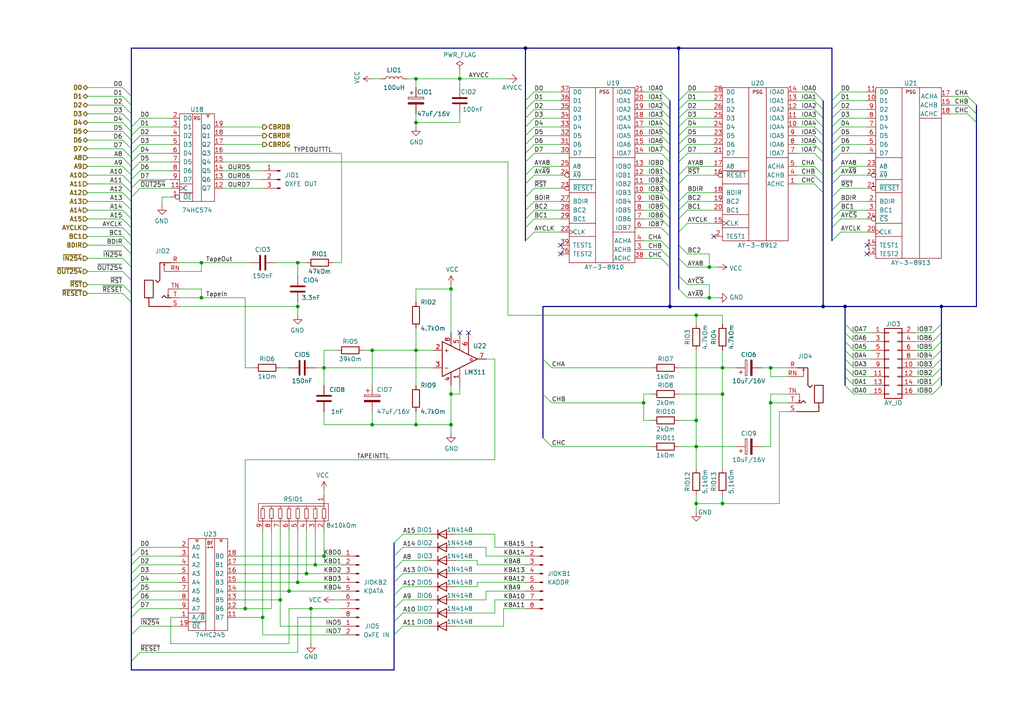
<source format=kicad_sch>
(kicad_sch (version 20231120) (generator "eeschema") (generator_version "8.0")
  (paper "A4")
  (junction (at 120.65 35.56))
  (junction (at 205.74 77.47))
  (junction (at 58.42 86.36))
  (junction (at 86.36 88.9))
  (junction (at 88.9 166.37))
  (junction (at 201.93 121.92))
  (junction (at 130.81 123.19))
  (junction (at 209.55 106.68))
  (junction (at 245.11 88.9))
  (junction (at 58.42 76.2))
  (junction (at 196.85 13.97))
  (junction (at 120.65 22.86))
  (junction (at 93.98 106.68))
  (junction (at 130.81 83.82))
  (junction (at 120.65 101.6))
  (junction (at 152.4 13.97))
  (junction (at 273.05 88.9))
  (junction (at 201.93 91.44))
  (junction (at 91.44 163.83))
  (junction (at 90.17 176.53))
  (junction (at 93.98 161.29))
  (junction (at 209.55 146.05))
  (junction (at 201.93 129.54))
  (junction (at 71.12 176.53))
  (junction (at 86.36 76.2))
  (junction (at 76.2 179.07))
  (junction (at 186.69 116.84))
  (junction (at 201.93 146.05))
  (junction (at 107.95 123.19))
  (junction (at 120.65 123.19))
  (junction (at 223.52 106.68))
  (junction (at 209.55 114.3))
  (junction (at 205.74 86.36))
  (junction (at 83.82 171.45))
  (junction (at 107.95 101.6))
  (junction (at 238.76 88.9))
  (junction (at 194.31 88.9))
  (junction (at 223.52 116.84))
  (junction (at 86.36 168.91))
  (junction (at 81.28 173.99))
  (junction (at 133.35 22.86))
  (junction (at 130.81 114.3))
  (no_connect (at 251.46 73.66))
  (no_connect (at 162.56 71.12))
  (no_connect (at 207.01 68.58))
  (no_connect (at 162.56 73.66))
  (no_connect (at 133.35 96.52))
  (no_connect (at 135.89 96.52))
  (no_connect (at 251.46 71.12))
  (bus_entry (at 191.77 48.26) (size 2.54 2.54))
  (bus_entry (at 152.4 60.96) (size 2.54 -2.54))
  (bus_entry (at 191.77 39.37) (size 2.54 2.54))
  (bus_entry (at 241.3 44.45) (size 2.54 -2.54))
  (bus_entry (at 191.77 41.91) (size 2.54 2.54))
  (bus_entry (at 196.85 41.91) (size 2.54 -2.54))
  (bus_entry (at 40.64 181.61) (size -2.54 2.54))
  (bus_entry (at 35.56 71.12) (size 2.54 2.54))
  (bus_entry (at 247.65 109.22) (size -2.54 -2.54))
  (bus_entry (at 152.4 53.34) (size 2.54 -2.54))
  (bus_entry (at 152.4 39.37) (size 2.54 -2.54))
  (bus_entry (at 152.4 29.21) (size 2.54 -2.54))
  (bus_entry (at 241.3 46.99) (size 2.54 -2.54))
  (bus_entry (at 40.64 176.53) (size -2.54 2.54))
  (bus_entry (at 270.51 101.6) (size 2.54 -2.54))
  (bus_entry (at 191.77 34.29) (size 2.54 2.54))
  (bus_entry (at 191.77 72.39) (size 2.54 2.54))
  (bus_entry (at 196.85 71.12) (size 2.54 2.54))
  (bus_entry (at 157.48 114.3) (size 2.54 2.54))
  (bus_entry (at 35.56 30.48) (size 2.54 2.54))
  (bus_entry (at 35.56 66.04) (size 2.54 2.54))
  (bus_entry (at 152.4 63.5) (size 2.54 -2.54))
  (bus_entry (at 196.85 58.42) (size 2.54 -2.54))
  (bus_entry (at 35.56 58.42) (size 2.54 2.54))
  (bus_entry (at 38.1 52.07) (size 2.54 -2.54))
  (bus_entry (at 152.4 69.85) (size 2.54 -2.54))
  (bus_entry (at 40.64 163.83) (size -2.54 2.54))
  (bus_entry (at 38.1 54.61) (size 2.54 -2.54))
  (bus_entry (at 191.77 36.83) (size 2.54 2.54))
  (bus_entry (at 236.22 36.83) (size 2.54 2.54))
  (bus_entry (at 196.85 83.82) (size 2.54 2.54))
  (bus_entry (at 270.51 99.06) (size 2.54 -2.54))
  (bus_entry (at 38.1 39.37) (size 2.54 -2.54))
  (bus_entry (at 38.1 44.45) (size 2.54 -2.54))
  (bus_entry (at 236.22 50.8) (size 2.54 2.54))
  (bus_entry (at 35.56 35.56) (size 2.54 2.54))
  (bus_entry (at 40.64 171.45) (size -2.54 2.54))
  (bus_entry (at 241.3 69.85) (size 2.54 -2.54))
  (bus_entry (at 236.22 31.75) (size 2.54 2.54))
  (bus_entry (at 241.3 29.21) (size 2.54 -2.54))
  (bus_entry (at 35.56 33.02) (size 2.54 2.54))
  (bus_entry (at 196.85 63.5) (size 2.54 -2.54))
  (bus_entry (at 152.4 34.29) (size 2.54 -2.54))
  (bus_entry (at 236.22 29.21) (size 2.54 2.54))
  (bus_entry (at 114.3 168.91) (size 2.54 -2.54))
  (bus_entry (at 247.65 99.06) (size -2.54 -2.54))
  (bus_entry (at 247.65 114.3) (size -2.54 -2.54))
  (bus_entry (at 40.64 189.23) (size -2.54 2.54))
  (bus_entry (at 38.1 49.53) (size 2.54 -2.54))
  (bus_entry (at 191.77 31.75) (size 2.54 2.54))
  (bus_entry (at 152.4 46.99) (size 2.54 -2.54))
  (bus_entry (at 241.3 34.29) (size 2.54 -2.54))
  (bus_entry (at 236.22 34.29) (size 2.54 2.54))
  (bus_entry (at 191.77 29.21) (size 2.54 2.54))
  (bus_entry (at 157.48 127) (size 2.54 2.54))
  (bus_entry (at 191.77 74.93) (size 2.54 2.54))
  (bus_entry (at 196.85 36.83) (size 2.54 -2.54))
  (bus_entry (at 191.77 69.85) (size 2.54 2.54))
  (bus_entry (at 196.85 29.21) (size 2.54 -2.54))
  (bus_entry (at 191.77 66.04) (size 2.54 2.54))
  (bus_entry (at 114.3 172.72) (size 2.54 -2.54))
  (bus_entry (at 241.3 53.34) (size 2.54 -2.54))
  (bus_entry (at 241.3 36.83) (size 2.54 -2.54))
  (bus_entry (at 35.56 45.72) (size 2.54 2.54))
  (bus_entry (at 191.77 53.34) (size 2.54 2.54))
  (bus_entry (at 191.77 26.67) (size 2.54 2.54))
  (bus_entry (at 241.3 66.04) (size 2.54 -2.54))
  (bus_entry (at 191.77 44.45) (size 2.54 2.54))
  (bus_entry (at 152.4 36.83) (size 2.54 -2.54))
  (bus_entry (at 191.77 58.42) (size 2.54 2.54))
  (bus_entry (at 270.51 111.76) (size 2.54 -2.54))
  (bus_entry (at 40.64 168.91) (size -2.54 2.54))
  (bus_entry (at 236.22 53.34) (size 2.54 2.54))
  (bus_entry (at 247.65 111.76) (size -2.54 -2.54))
  (bus_entry (at 247.65 96.52) (size -2.54 -2.54))
  (bus_entry (at 35.56 50.8) (size 2.54 2.54))
  (bus_entry (at 191.77 63.5) (size 2.54 2.54))
  (bus_entry (at 236.22 26.67) (size 2.54 2.54))
  (bus_entry (at 35.56 25.4) (size 2.54 2.54))
  (bus_entry (at 241.3 50.8) (size 2.54 -2.54))
  (bus_entry (at 236.22 44.45) (size 2.54 2.54))
  (bus_entry (at 114.3 180.34) (size 2.54 -2.54))
  (bus_entry (at 35.56 60.96) (size 2.54 2.54))
  (bus_entry (at 152.4 44.45) (size 2.54 -2.54))
  (bus_entry (at 280.67 27.94) (size 2.54 2.54))
  (bus_entry (at 35.56 68.58) (size 2.54 2.54))
  (bus_entry (at 241.3 60.96) (size 2.54 -2.54))
  (bus_entry (at 241.3 57.15) (size 2.54 -2.54))
  (bus_entry (at 40.64 161.29) (size -2.54 2.54))
  (bus_entry (at 114.3 165.1) (size 2.54 -2.54))
  (bus_entry (at 196.85 80.01) (size 2.54 2.54))
  (bus_entry (at 38.1 41.91) (size 2.54 -2.54))
  (bus_entry (at 270.51 109.22) (size 2.54 -2.54))
  (bus_entry (at 196.85 31.75) (size 2.54 -2.54))
  (bus_entry (at 152.4 66.04) (size 2.54 -2.54))
  (bus_entry (at 35.56 48.26) (size 2.54 2.54))
  (bus_entry (at 191.77 60.96) (size 2.54 2.54))
  (bus_entry (at 196.85 60.96) (size 2.54 -2.54))
  (bus_entry (at 241.3 41.91) (size 2.54 -2.54))
  (bus_entry (at 114.3 184.15) (size 2.54 -2.54))
  (bus_entry (at 38.1 57.15) (size 2.54 -2.54))
  (bus_entry (at 241.3 63.5) (size 2.54 -2.54))
  (bus_entry (at 196.85 74.93) (size 2.54 2.54))
  (bus_entry (at 152.4 31.75) (size 2.54 -2.54))
  (bus_entry (at 35.56 53.34) (size 2.54 2.54))
  (bus_entry (at 152.4 50.8) (size 2.54 -2.54))
  (bus_entry (at 35.56 82.55) (size 2.54 2.54))
  (bus_entry (at 152.4 57.15) (size 2.54 -2.54))
  (bus_entry (at 247.65 101.6) (size -2.54 -2.54))
  (bus_entry (at 114.3 176.53) (size 2.54 -2.54))
  (bus_entry (at 38.1 81.28) (size -2.54 -2.54))
  (bus_entry (at 35.56 40.64) (size 2.54 2.54))
  (bus_entry (at 236.22 41.91) (size 2.54 2.54))
  (bus_entry (at 38.1 46.99) (size 2.54 -2.54))
  (bus_entry (at 40.64 166.37) (size -2.54 2.54))
  (bus_entry (at 157.48 104.14) (size 2.54 2.54))
  (bus_entry (at 38.1 176.53) (size 2.54 -2.54))
  (bus_entry (at 114.3 157.48) (size 2.54 -2.54))
  (bus_entry (at 196.85 50.8) (size 2.54 -2.54))
  (bus_entry (at 196.85 53.34) (size 2.54 -2.54))
  (bus_entry (at 236.22 48.26) (size 2.54 2.54))
  (bus_entry (at 270.51 104.14) (size 2.54 -2.54))
  (bus_entry (at 35.56 63.5) (size 2.54 2.54))
  (bus_entry (at 196.85 67.31) (size 2.54 -2.54))
  (bus_entry (at 191.77 55.88) (size 2.54 2.54))
  (bus_entry (at 247.65 104.14) (size -2.54 -2.54))
  (bus_entry (at 241.3 39.37) (size 2.54 -2.54))
  (bus_entry (at 236.22 39.37) (size 2.54 2.54))
  (bus_entry (at 35.56 38.1) (size 2.54 2.54))
  (bus_entry (at 191.77 50.8) (size 2.54 2.54))
  (bus_entry (at 280.67 33.02) (size 2.54 2.54))
  (bus_entry (at 280.67 30.48) (size 2.54 2.54))
  (bus_entry (at 196.85 39.37) (size 2.54 -2.54))
  (bus_entry (at 241.3 31.75) (size 2.54 -2.54))
  (bus_entry (at 196.85 46.99) (size 2.54 -2.54))
  (bus_entry (at 196.85 44.45) (size 2.54 -2.54))
  (bus_entry (at 270.51 106.68) (size 2.54 -2.54))
  (bus_entry (at 35.56 85.09) (size 2.54 2.54))
  (bus_entry (at 35.56 55.88) (size 2.54 2.54))
  (bus_entry (at 35.56 43.18) (size 2.54 2.54))
  (bus_entry (at 247.65 106.68) (size -2.54 -2.54))
  (bus_entry (at 38.1 77.47) (size -2.54 -2.54))
  (bus_entry (at 270.51 96.52) (size 2.54 -2.54))
  (bus_entry (at 152.4 41.91) (size 2.54 -2.54))
  (bus_entry (at 196.85 34.29) (size 2.54 -2.54))
  (bus_entry (at 270.51 114.3) (size 2.54 -2.54))
  (bus_entry (at 35.56 27.94) (size 2.54 2.54))
  (bus_entry (at 114.3 161.29) (size 2.54 -2.54))
  (bus_entry (at 40.64 158.75) (size -2.54 2.54))
  (bus_entry (at 40.64 34.29) (size -2.54 2.54))
  (wire (pts (xy 265.43 101.6) (xy 270.51 101.6)))
  (wire (pts (xy 68.58 176.53) (xy 71.12 176.53)))
  (bus (pts (xy 38.1 191.77) (xy 38.1 194.31)))
  (wire (pts (xy 133.35 33.02) (xy 133.35 35.56)))
  (wire (pts (xy 223.52 114.3) (xy 223.52 116.84)))
  (wire (pts (xy 133.35 114.3) (xy 133.35 111.76)))
  (bus (pts (xy 238.76 88.9) (xy 245.11 88.9)))
  (wire (pts (xy 81.28 173.99) (xy 81.28 181.61)))
  (bus (pts (xy 196.85 67.31) (xy 196.85 71.12)))
  (wire (pts (xy 209.55 91.44) (xy 209.55 93.98)))
  (wire (pts (xy 231.14 36.83) (xy 236.22 36.83)))
  (wire (pts (xy 140.97 104.14) (xy 143.51 104.14)))
  (bus (pts (xy 152.4 44.45) (xy 152.4 46.99)))
  (wire (pts (xy 58.42 78.74) (xy 58.42 76.2)))
  (bus (pts (xy 196.85 13.97) (xy 196.85 29.21)))
  (bus (pts (xy 194.31 68.58) (xy 194.31 72.39)))
  (wire (pts (xy 52.07 83.82) (xy 58.42 83.82)))
  (wire (pts (xy 49.53 186.69) (xy 83.82 186.69)))
  (bus (pts (xy 196.85 63.5) (xy 196.85 67.31)))
  (bus (pts (xy 196.85 41.91) (xy 196.85 44.45)))
  (wire (pts (xy 265.43 111.76) (xy 270.51 111.76)))
  (bus (pts (xy 245.11 96.52) (xy 245.11 99.06)))
  (wire (pts (xy 83.82 153.67) (xy 83.82 171.45)))
  (wire (pts (xy 132.08 154.94) (xy 143.51 154.94)))
  (wire (pts (xy 49.53 179.07) (xy 49.53 186.69)))
  (wire (pts (xy 162.56 60.96) (xy 154.94 60.96)))
  (wire (pts (xy 199.39 26.67) (xy 207.01 26.67)))
  (bus (pts (xy 152.4 31.75) (xy 152.4 34.29)))
  (wire (pts (xy 52.07 86.36) (xy 58.42 86.36)))
  (bus (pts (xy 38.1 73.66) (xy 38.1 77.47)))
  (bus (pts (xy 241.3 13.97) (xy 241.3 29.21)))
  (bus (pts (xy 194.31 53.34) (xy 194.31 55.88)))
  (wire (pts (xy 71.12 133.35) (xy 143.51 133.35)))
  (wire (pts (xy 154.94 34.29) (xy 162.56 34.29)))
  (wire (pts (xy 52.07 158.75) (xy 40.64 158.75)))
  (wire (pts (xy 120.65 83.82) (xy 120.65 87.63)))
  (bus (pts (xy 38.1 179.07) (xy 38.1 184.15)))
  (wire (pts (xy 118.11 22.86) (xy 120.65 22.86)))
  (wire (pts (xy 226.06 146.05) (xy 209.55 146.05)))
  (wire (pts (xy 86.36 153.67) (xy 86.36 168.91)))
  (wire (pts (xy 25.4 60.96) (xy 35.56 60.96)))
  (wire (pts (xy 64.77 54.61) (xy 76.2 54.61)))
  (wire (pts (xy 40.64 52.07) (xy 49.53 52.07)))
  (wire (pts (xy 25.4 27.94) (xy 35.56 27.94)))
  (wire (pts (xy 133.35 22.86) (xy 147.32 22.86)))
  (wire (pts (xy 199.39 36.83) (xy 207.01 36.83)))
  (wire (pts (xy 199.39 73.66) (xy 205.74 73.66)))
  (wire (pts (xy 209.55 114.3) (xy 209.55 106.68)))
  (wire (pts (xy 243.84 26.67) (xy 251.46 26.67)))
  (wire (pts (xy 162.56 48.26) (xy 154.94 48.26)))
  (bus (pts (xy 241.3 53.34) (xy 241.3 57.15)))
  (wire (pts (xy 247.65 96.52) (xy 252.73 96.52)))
  (wire (pts (xy 243.84 29.21) (xy 251.46 29.21)))
  (wire (pts (xy 35.56 74.93) (xy 25.4 74.93)))
  (bus (pts (xy 38.1 52.07) (xy 38.1 53.34)))
  (wire (pts (xy 162.56 67.31) (xy 154.94 67.31)))
  (bus (pts (xy 196.85 58.42) (xy 196.85 60.96)))
  (wire (pts (xy 196.85 106.68) (xy 209.55 106.68)))
  (wire (pts (xy 162.56 63.5) (xy 154.94 63.5)))
  (wire (pts (xy 231.14 39.37) (xy 236.22 39.37)))
  (wire (pts (xy 247.65 99.06) (xy 252.73 99.06)))
  (wire (pts (xy 81.28 153.67) (xy 81.28 173.99)))
  (wire (pts (xy 40.64 181.61) (xy 52.07 181.61)))
  (wire (pts (xy 64.77 49.53) (xy 76.2 49.53)))
  (wire (pts (xy 93.98 119.38) (xy 93.98 123.19)))
  (wire (pts (xy 143.51 154.94) (xy 143.51 158.75)))
  (wire (pts (xy 130.81 83.82) (xy 130.81 96.52)))
  (wire (pts (xy 199.39 41.91) (xy 207.01 41.91)))
  (wire (pts (xy 116.84 166.37) (xy 124.46 166.37)))
  (wire (pts (xy 93.98 123.19) (xy 107.95 123.19)))
  (bus (pts (xy 194.31 46.99) (xy 194.31 50.8)))
  (wire (pts (xy 140.97 158.75) (xy 140.97 161.29)))
  (bus (pts (xy 194.31 66.04) (xy 194.31 68.58)))
  (bus (pts (xy 194.31 50.8) (xy 194.31 53.34)))
  (wire (pts (xy 196.85 114.3) (xy 209.55 114.3)))
  (bus (pts (xy 38.1 44.45) (xy 38.1 45.72)))
  (wire (pts (xy 40.64 34.29) (xy 49.53 34.29)))
  (bus (pts (xy 38.1 60.96) (xy 38.1 63.5)))
  (wire (pts (xy 226.06 119.38) (xy 226.06 146.05)))
  (bus (pts (xy 152.4 13.97) (xy 196.85 13.97)))
  (bus (pts (xy 283.21 30.48) (xy 283.21 33.02)))
  (wire (pts (xy 91.44 153.67) (xy 91.44 163.83)))
  (wire (pts (xy 132.08 181.61) (xy 146.05 181.61)))
  (wire (pts (xy 71.12 106.68) (xy 73.66 106.68)))
  (wire (pts (xy 205.74 77.47) (xy 208.28 77.47)))
  (bus (pts (xy 38.1 53.34) (xy 38.1 54.61)))
  (wire (pts (xy 81.28 181.61) (xy 99.06 181.61)))
  (bus (pts (xy 196.85 31.75) (xy 196.85 34.29)))
  (wire (pts (xy 107.95 22.86) (xy 110.49 22.86)))
  (wire (pts (xy 93.98 153.67) (xy 93.98 161.29)))
  (wire (pts (xy 107.95 101.6) (xy 107.95 111.76)))
  (wire (pts (xy 162.56 58.42) (xy 154.94 58.42)))
  (bus (pts (xy 241.3 66.04) (xy 241.3 69.85)))
  (wire (pts (xy 120.65 95.25) (xy 120.65 101.6)))
  (wire (pts (xy 251.46 48.26) (xy 243.84 48.26)))
  (wire (pts (xy 99.06 168.91) (xy 86.36 168.91)))
  (wire (pts (xy 189.23 121.92) (xy 186.69 121.92)))
  (wire (pts (xy 162.56 50.8) (xy 154.94 50.8)))
  (wire (pts (xy 140.97 161.29) (xy 152.4 161.29)))
  (bus (pts (xy 38.1 45.72) (xy 38.1 46.99)))
  (bus (pts (xy 38.1 87.63) (xy 38.1 161.29)))
  (bus (pts (xy 238.76 46.99) (xy 238.76 50.8)))
  (wire (pts (xy 96.52 173.99) (xy 99.06 173.99)))
  (wire (pts (xy 228.6 109.22) (xy 223.52 109.22)))
  (bus (pts (xy 38.1 48.26) (xy 38.1 49.53)))
  (bus (pts (xy 38.1 43.18) (xy 38.1 44.45)))
  (bus (pts (xy 196.85 29.21) (xy 196.85 31.75)))
  (wire (pts (xy 64.77 44.45) (xy 99.06 44.45)))
  (wire (pts (xy 146.05 176.53) (xy 152.4 176.53)))
  (wire (pts (xy 243.84 39.37) (xy 251.46 39.37)))
  (wire (pts (xy 88.9 166.37) (xy 68.58 166.37)))
  (bus (pts (xy 241.3 44.45) (xy 241.3 46.99)))
  (bus (pts (xy 241.3 41.91) (xy 241.3 44.45)))
  (wire (pts (xy 91.44 106.68) (xy 93.98 106.68)))
  (bus (pts (xy 245.11 99.06) (xy 245.11 101.6)))
  (wire (pts (xy 52.07 173.99) (xy 40.64 173.99)))
  (bus (pts (xy 194.31 77.47) (xy 194.31 88.9)))
  (wire (pts (xy 71.12 133.35) (xy 71.12 176.53)))
  (bus (pts (xy 194.31 44.45) (xy 194.31 46.99)))
  (wire (pts (xy 25.4 85.09) (xy 35.56 85.09)))
  (wire (pts (xy 220.98 106.68) (xy 223.52 106.68)))
  (bus (pts (xy 157.48 114.3) (xy 157.48 127)))
  (wire (pts (xy 96.52 76.2) (xy 99.06 76.2)))
  (wire (pts (xy 99.06 171.45) (xy 83.82 171.45)))
  (bus (pts (xy 194.31 60.96) (xy 194.31 63.5)))
  (bus (pts (xy 273.05 99.06) (xy 273.05 101.6)))
  (wire (pts (xy 228.6 116.84) (xy 223.52 116.84)))
  (bus (pts (xy 196.85 74.93) (xy 196.85 80.01)))
  (wire (pts (xy 138.43 170.18) (xy 138.43 168.91)))
  (wire (pts (xy 186.69 39.37) (xy 191.77 39.37)))
  (wire (pts (xy 186.69 36.83) (xy 191.77 36.83)))
  (bus (pts (xy 152.4 41.91) (xy 152.4 44.45)))
  (wire (pts (xy 199.39 34.29) (xy 207.01 34.29)))
  (bus (pts (xy 38.1 13.97) (xy 152.4 13.97)))
  (bus (pts (xy 196.85 39.37) (xy 196.85 41.91)))
  (wire (pts (xy 138.43 163.83) (xy 152.4 163.83)))
  (wire (pts (xy 143.51 104.14) (xy 143.51 133.35)))
  (wire (pts (xy 251.46 58.42) (xy 243.84 58.42)))
  (wire (pts (xy 116.84 162.56) (xy 124.46 162.56)))
  (bus (pts (xy 283.21 33.02) (xy 283.21 35.56)))
  (wire (pts (xy 138.43 162.56) (xy 138.43 163.83)))
  (bus (pts (xy 194.31 63.5) (xy 194.31 66.04)))
  (wire (pts (xy 186.69 55.88) (xy 191.77 55.88)))
  (bus (pts (xy 38.1 49.53) (xy 38.1 50.8)))
  (wire (pts (xy 93.98 101.6) (xy 93.98 106.68)))
  (wire (pts (xy 251.46 60.96) (xy 243.84 60.96)))
  (wire (pts (xy 40.64 36.83) (xy 49.53 36.83)))
  (wire (pts (xy 207.01 64.77) (xy 199.39 64.77)))
  (wire (pts (xy 107.95 119.38) (xy 107.95 123.19)))
  (bus (pts (xy 194.31 31.75) (xy 194.31 34.29)))
  (wire (pts (xy 154.94 31.75) (xy 162.56 31.75)))
  (bus (pts (xy 283.21 35.56) (xy 283.21 88.9)))
  (bus (pts (xy 152.4 13.97) (xy 152.4 29.21)))
  (wire (pts (xy 154.94 41.91) (xy 162.56 41.91)))
  (wire (pts (xy 25.4 40.64) (xy 35.56 40.64)))
  (wire (pts (xy 93.98 161.29) (xy 68.58 161.29)))
  (wire (pts (xy 231.14 26.67) (xy 236.22 26.67)))
  (wire (pts (xy 147.32 91.44) (xy 201.93 91.44)))
  (wire (pts (xy 147.32 46.99) (xy 147.32 91.44)))
  (bus (pts (xy 194.31 55.88) (xy 194.31 58.42)))
  (bus (pts (xy 38.1 173.99) (xy 38.1 176.53)))
  (wire (pts (xy 99.06 44.45) (xy 99.06 76.2)))
  (wire (pts (xy 40.64 41.91) (xy 49.53 41.91)))
  (bus (pts (xy 152.4 50.8) (xy 152.4 53.34)))
  (wire (pts (xy 116.84 173.99) (xy 124.46 173.99)))
  (bus (pts (xy 114.3 165.1) (xy 114.3 168.91)))
  (bus (pts (xy 114.3 184.15) (xy 114.3 194.31)))
  (wire (pts (xy 199.39 39.37) (xy 207.01 39.37)))
  (wire (pts (xy 199.39 48.26) (xy 207.01 48.26)))
  (wire (pts (xy 120.65 83.82) (xy 130.81 83.82)))
  (wire (pts (xy 93.98 142.24) (xy 93.98 143.51)))
  (bus (pts (xy 273.05 106.68) (xy 273.05 109.22)))
  (bus (pts (xy 238.76 31.75) (xy 238.76 34.29)))
  (wire (pts (xy 199.39 82.55) (xy 205.74 82.55)))
  (bus (pts (xy 241.3 63.5) (xy 241.3 66.04)))
  (wire (pts (xy 116.84 170.18) (xy 124.46 170.18)))
  (wire (pts (xy 25.4 45.72) (xy 35.56 45.72)))
  (wire (pts (xy 201.93 146.05) (xy 201.93 148.59)))
  (wire (pts (xy 154.94 39.37) (xy 162.56 39.37)))
  (bus (pts (xy 38.1 55.88) (xy 38.1 57.15)))
  (wire (pts (xy 160.02 116.84) (xy 186.69 116.84)))
  (wire (pts (xy 83.82 176.53) (xy 83.82 186.69)))
  (bus (pts (xy 273.05 109.22) (xy 273.05 111.76)))
  (wire (pts (xy 99.06 166.37) (xy 88.9 166.37)))
  (wire (pts (xy 130.81 114.3) (xy 133.35 114.3)))
  (wire (pts (xy 120.65 101.6) (xy 120.65 111.76)))
  (bus (pts (xy 152.4 53.34) (xy 152.4 57.15)))
  (wire (pts (xy 265.43 106.68) (xy 270.51 106.68)))
  (wire (pts (xy 154.94 29.21) (xy 162.56 29.21)))
  (bus (pts (xy 196.85 53.34) (xy 196.85 58.42)))
  (bus (pts (xy 38.1 41.91) (xy 38.1 43.18)))
  (wire (pts (xy 52.07 171.45) (xy 40.64 171.45)))
  (wire (pts (xy 133.35 35.56) (xy 120.65 35.56)))
  (wire (pts (xy 201.93 91.44) (xy 201.93 93.98)))
  (bus (pts (xy 157.48 104.14) (xy 157.48 114.3)))
  (wire (pts (xy 46.99 59.69) (xy 46.99 57.15)))
  (wire (pts (xy 191.77 74.93) (xy 186.69 74.93)))
  (bus (pts (xy 38.1 71.12) (xy 38.1 73.66)))
  (wire (pts (xy 76.2 184.15) (xy 99.06 184.15)))
  (wire (pts (xy 90.17 176.53) (xy 99.06 176.53)))
  (wire (pts (xy 25.4 53.34) (xy 35.56 53.34)))
  (wire (pts (xy 76.2 153.67) (xy 76.2 179.07)))
  (bus (pts (xy 114.3 172.72) (xy 114.3 176.53)))
  (wire (pts (xy 247.65 109.22) (xy 252.73 109.22)))
  (wire (pts (xy 76.2 179.07) (xy 76.2 184.15)))
  (wire (pts (xy 236.22 50.8) (xy 231.14 50.8)))
  (wire (pts (xy 213.36 106.68) (xy 209.55 106.68)))
  (bus (pts (xy 194.31 34.29) (xy 194.31 36.83)))
  (bus (pts (xy 241.3 46.99) (xy 241.3 50.8)))
  (bus (pts (xy 196.85 44.45) (xy 196.85 46.99)))
  (wire (pts (xy 25.4 48.26) (xy 35.56 48.26)))
  (wire (pts (xy 130.81 82.55) (xy 130.81 83.82)))
  (wire (pts (xy 25.4 82.55) (xy 35.56 82.55)))
  (wire (pts (xy 154.94 36.83) (xy 162.56 36.83)))
  (wire (pts (xy 116.84 177.8) (xy 124.46 177.8)))
  (wire (pts (xy 40.64 44.45) (xy 49.53 44.45)))
  (bus (pts (xy 238.76 41.91) (xy 238.76 44.45)))
  (wire (pts (xy 99.06 179.07) (xy 86.36 179.07)))
  (wire (pts (xy 52.07 78.74) (xy 58.42 78.74)))
  (bus (pts (xy 38.1 57.15) (xy 38.1 58.42)))
  (wire (pts (xy 52.07 176.53) (xy 40.64 176.53)))
  (wire (pts (xy 243.84 54.61) (xy 251.46 54.61)))
  (wire (pts (xy 231.14 34.29) (xy 236.22 34.29)))
  (bus (pts (xy 38.1 171.45) (xy 38.1 173.99)))
  (wire (pts (xy 209.55 143.51) (xy 209.55 146.05)))
  (wire (pts (xy 186.69 116.84) (xy 186.69 114.3)))
  (bus (pts (xy 38.1 85.09) (xy 38.1 87.63)))
  (bus (pts (xy 38.1 36.83) (xy 38.1 38.1)))
  (bus (pts (xy 38.1 77.47) (xy 38.1 81.28)))
  (wire (pts (xy 196.85 121.92) (xy 201.93 121.92)))
  (wire (pts (xy 275.59 27.94) (xy 280.67 27.94)))
  (wire (pts (xy 52.07 179.07) (xy 49.53 179.07)))
  (wire (pts (xy 275.59 33.02) (xy 280.67 33.02)))
  (bus (pts (xy 38.1 46.99) (xy 38.1 48.26)))
  (wire (pts (xy 91.44 163.83) (xy 68.58 163.83)))
  (wire (pts (xy 143.51 177.8) (xy 143.51 173.99)))
  (wire (pts (xy 132.08 173.99) (xy 140.97 173.99)))
  (wire (pts (xy 105.41 101.6) (xy 107.95 101.6)))
  (wire (pts (xy 223.52 106.68) (xy 223.52 109.22)))
  (bus (pts (xy 245.11 106.68) (xy 245.11 109.22)))
  (bus (pts (xy 114.3 180.34) (xy 114.3 184.15)))
  (bus (pts (xy 238.76 29.21) (xy 238.76 31.75)))
  (bus (pts (xy 241.3 34.29) (xy 241.3 36.83)))
  (bus (pts (xy 196.85 36.83) (xy 196.85 39.37)))
  (wire (pts (xy 83.82 171.45) (xy 68.58 171.45)))
  (wire (pts (xy 25.4 66.04) (xy 35.56 66.04)))
  (wire (pts (xy 116.84 154.94) (xy 124.46 154.94)))
  (bus (pts (xy 238.76 53.34) (xy 238.76 55.88)))
  (wire (pts (xy 64.77 41.91) (xy 76.2 41.91)))
  (bus (pts (xy 245.11 88.9) (xy 273.05 88.9)))
  (bus (pts (xy 273.05 88.9) (xy 283.21 88.9)))
  (wire (pts (xy 116.84 181.61) (xy 124.46 181.61)))
  (wire (pts (xy 64.77 36.83) (xy 76.2 36.83)))
  (bus (pts (xy 152.4 39.37) (xy 152.4 41.91)))
  (wire (pts (xy 116.84 158.75) (xy 124.46 158.75)))
  (wire (pts (xy 201.93 146.05) (xy 201.93 143.51)))
  (wire (pts (xy 220.98 129.54) (xy 223.52 129.54)))
  (wire (pts (xy 88.9 76.2) (xy 86.36 76.2)))
  (bus (pts (xy 152.4 29.21) (xy 152.4 31.75)))
  (wire (pts (xy 133.35 25.4) (xy 133.35 22.86)))
  (bus (pts (xy 196.85 34.29) (xy 196.85 36.83)))
  (bus (pts (xy 241.3 60.96) (xy 241.3 63.5)))
  (wire (pts (xy 186.69 48.26) (xy 191.77 48.26)))
  (bus (pts (xy 273.05 88.9) (xy 273.05 93.98)))
  (wire (pts (xy 25.4 38.1) (xy 35.56 38.1)))
  (wire (pts (xy 247.65 101.6) (xy 252.73 101.6)))
  (bus (pts (xy 38.1 35.56) (xy 38.1 36.83)))
  (wire (pts (xy 160.02 106.68) (xy 189.23 106.68)))
  (bus (pts (xy 38.1 168.91) (xy 38.1 171.45)))
  (wire (pts (xy 140.97 171.45) (xy 152.4 171.45)))
  (wire (pts (xy 76.2 179.07) (xy 68.58 179.07)))
  (wire (pts (xy 275.59 30.48) (xy 280.67 30.48)))
  (bus (pts (xy 245.11 93.98) (xy 245.11 96.52)))
  (wire (pts (xy 201.93 101.6) (xy 201.93 121.92)))
  (bus (pts (xy 241.3 36.83) (xy 241.3 39.37)))
  (wire (pts (xy 243.84 41.91) (xy 251.46 41.91)))
  (bus (pts (xy 238.76 39.37) (xy 238.76 41.91)))
  (bus (pts (xy 245.11 109.22) (xy 245.11 111.76)))
  (wire (pts (xy 186.69 114.3) (xy 189.23 114.3)))
  (bus (pts (xy 38.1 81.28) (xy 38.1 85.09)))
  (wire (pts (xy 191.77 72.39) (xy 186.69 72.39)))
  (wire (pts (xy 52.07 163.83) (xy 40.64 163.83)))
  (wire (pts (xy 132.08 177.8) (xy 143.51 177.8)))
  (wire (pts (xy 107.95 123.19) (xy 120.65 123.19)))
  (wire (pts (xy 243.84 34.29) (xy 251.46 34.29)))
  (wire (pts (xy 52.07 161.29) (xy 40.64 161.29)))
  (wire (pts (xy 265.43 99.06) (xy 270.51 99.06)))
  (bus (pts (xy 196.85 60.96) (xy 196.85 63.5)))
  (bus (pts (xy 241.3 29.21) (xy 241.3 31.75)))
  (bus (pts (xy 238.76 44.45) (xy 238.76 46.99)))
  (wire (pts (xy 25.4 71.12) (xy 35.56 71.12)))
  (wire (pts (xy 25.4 68.58) (xy 35.56 68.58)))
  (wire (pts (xy 186.69 69.85) (xy 191.77 69.85)))
  (bus (pts (xy 38.1 66.04) (xy 38.1 68.58)))
  (wire (pts (xy 52.07 168.91) (xy 40.64 168.91)))
  (wire (pts (xy 207.01 58.42) (xy 199.39 58.42)))
  (wire (pts (xy 58.42 86.36) (xy 71.12 86.36)))
  (wire (pts (xy 120.65 35.56) (xy 120.65 36.83)))
  (wire (pts (xy 247.65 104.14) (xy 252.73 104.14)))
  (wire (pts (xy 186.69 34.29) (xy 191.77 34.29)))
  (wire (pts (xy 120.65 101.6) (xy 107.95 101.6)))
  (wire (pts (xy 186.69 44.45) (xy 191.77 44.45)))
  (wire (pts (xy 120.65 123.19) (xy 130.81 123.19)))
  (bus (pts (xy 152.4 36.83) (xy 152.4 39.37)))
  (wire (pts (xy 265.43 96.52) (xy 270.51 96.52)))
  (bus (pts (xy 194.31 74.93) (xy 194.31 77.47)))
  (wire (pts (xy 58.42 76.2) (xy 72.39 76.2)))
  (wire (pts (xy 90.17 176.53) (xy 90.17 186.69)))
  (wire (pts (xy 186.69 66.04) (xy 191.77 66.04)))
  (wire (pts (xy 199.39 31.75) (xy 207.01 31.75)))
  (wire (pts (xy 120.65 22.86) (xy 133.35 22.86)))
  (bus (pts (xy 38.1 161.29) (xy 38.1 163.83)))
  (bus (pts (xy 241.3 31.75) (xy 241.3 34.29)))
  (bus (pts (xy 114.3 176.53) (xy 114.3 180.34)))
  (wire (pts (xy 120.65 25.4) (xy 120.65 22.86)))
  (wire (pts (xy 196.85 129.54) (xy 201.93 129.54)))
  (bus (pts (xy 38.1 194.31) (xy 114.3 194.31)))
  (wire (pts (xy 99.06 163.83) (xy 91.44 163.83)))
  (bus (pts (xy 38.1 184.15) (xy 38.1 191.77)))
  (bus (pts (xy 238.76 55.88) (xy 238.76 88.9)))
  (wire (pts (xy 35.56 78.74) (xy 25.4 78.74)))
  (wire (pts (xy 247.65 106.68) (xy 252.73 106.68)))
  (wire (pts (xy 228.6 119.38) (xy 226.06 119.38)))
  (bus (pts (xy 38.1 40.64) (xy 38.1 41.91)))
  (wire (pts (xy 25.4 43.18) (xy 35.56 43.18)))
  (wire (pts (xy 247.65 111.76) (xy 252.73 111.76)))
  (wire (pts (xy 40.64 54.61) (xy 49.53 54.61)))
  (wire (pts (xy 25.4 63.5) (xy 35.56 63.5)))
  (wire (pts (xy 265.43 114.3) (xy 270.51 114.3)))
  (bus (pts (xy 114.3 157.48) (xy 114.3 161.29)))
  (wire (pts (xy 243.84 36.83) (xy 251.46 36.83)))
  (wire (pts (xy 186.69 26.67) (xy 191.77 26.67)))
  (wire (pts (xy 186.69 41.91) (xy 191.77 41.91)))
  (bus (pts (xy 194.31 39.37) (xy 194.31 41.91)))
  (wire (pts (xy 25.4 35.56) (xy 35.56 35.56)))
  (wire (pts (xy 186.69 58.42) (xy 191.77 58.42)))
  (bus (pts (xy 38.1 68.58) (xy 38.1 71.12)))
  (wire (pts (xy 154.94 54.61) (xy 162.56 54.61)))
  (bus (pts (xy 152.4 46.99) (xy 152.4 50.8)))
  (wire (pts (xy 138.43 168.91) (xy 152.4 168.91)))
  (wire (pts (xy 223.52 116.84) (xy 223.52 129.54)))
  (bus (pts (xy 38.1 176.53) (xy 38.1 179.07)))
  (bus (pts (xy 245.11 101.6) (xy 245.11 104.14)))
  (bus (pts (xy 114.3 161.29) (xy 114.3 165.1)))
  (wire (pts (xy 146.05 181.61) (xy 146.05 176.53)))
  (wire (pts (xy 251.46 50.8) (xy 243.84 50.8)))
  (wire (pts (xy 86.36 179.07) (xy 86.36 189.23)))
  (wire (pts (xy 40.64 189.23) (xy 86.36 189.23)))
  (wire (pts (xy 186.69 31.75) (xy 191.77 31.75)))
  (bus (pts (xy 245.11 104.14) (xy 245.11 106.68)))
  (wire (pts (xy 243.84 63.5) (xy 251.46 63.5)))
  (wire (pts (xy 25.4 58.42) (xy 35.56 58.42)))
  (wire (pts (xy 132.08 170.18) (xy 138.43 170.18)))
  (wire (pts (xy 71.12 176.53) (xy 78.74 176.53)))
  (wire (pts (xy 130.81 123.19) (xy 130.81 114.3)))
  (bus (pts (xy 196.85 50.8) (xy 196.85 53.34)))
  (bus (pts (xy 194.31 41.91) (xy 194.31 44.45)))
  (bus (pts (xy 152.4 60.96) (xy 152.4 63.5)))
  (wire (pts (xy 64.77 46.99) (xy 147.32 46.99)))
  (bus (pts (xy 196.85 46.99) (xy 196.85 50.8)))
  (wire (pts (xy 207.01 55.88) (xy 199.39 55.88)))
  (bus (pts (xy 38.1 54.61) (xy 38.1 55.88)))
  (bus (pts (xy 38.1 63.5) (xy 38.1 66.04)))
  (bus (pts (xy 273.05 104.14) (xy 273.05 106.68)))
  (wire (pts (xy 132.08 162.56) (xy 138.43 162.56)))
  (bus (pts (xy 194.31 88.9) (xy 157.48 88.9)))
  (bus (pts (xy 38.1 30.48) (xy 38.1 33.02)))
  (bus (pts (xy 152.4 34.29) (xy 152.4 36.83)))
  (wire (pts (xy 25.4 50.8) (xy 35.56 50.8)))
  (wire (pts (xy 201.93 146.05) (xy 209.55 146.05)))
  (bus (pts (xy 38.1 38.1) (xy 38.1 39.37)))
  (wire (pts (xy 247.65 114.3) (xy 252.73 114.3)))
  (wire (pts (xy 199.39 29.21) (xy 207.01 29.21)))
  (wire (pts (xy 99.06 161.29) (xy 93.98 161.29)))
  (wire (pts (xy 154.94 26.67) (xy 162.56 26.67)))
  (wire (pts (xy 132.08 166.37) (xy 152.4 166.37)))
  (wire (pts (xy 205.74 82.55) (xy 205.74 86.36)))
  (wire (pts (xy 143.51 173.99) (xy 152.4 173.99)))
  (wire (pts (xy 186.69 63.5) (xy 191.77 63.5)))
  (bus (pts (xy 196.85 80.01) (xy 196.85 83.82)))
  (bus (pts (xy 241.3 50.8) (xy 241.3 53.34)))
  (wire (pts (xy 97.79 101.6) (xy 93.98 101.6)))
  (wire (pts (xy 201.93 91.44) (xy 209.55 91.44)))
  (wire (pts (xy 231.14 44.45) (xy 236.22 44.45)))
  (wire (pts (xy 93.98 106.68) (xy 125.73 106.68)))
  (wire (pts (xy 86.36 168.91) (xy 68.58 168.91)))
  (wire (pts (xy 199.39 50.8) (xy 207.01 50.8)))
  (wire (pts (xy 205.74 86.36) (xy 208.28 86.36)))
  (wire (pts (xy 207.01 60.96) (xy 199.39 60.96)))
  (wire (pts (xy 25.4 30.48) (xy 35.56 30.48)))
  (wire (pts (xy 143.51 158.75) (xy 152.4 158.75)))
  (wire (pts (xy 265.43 104.14) (xy 270.51 104.14)))
  (bus (pts (xy 194.31 58.42) (xy 194.31 60.96)))
  (wire (pts (xy 201.93 121.92) (xy 201.93 129.54)))
  (bus (pts (xy 38.1 39.37) (xy 38.1 40.64)))
  (wire (pts (xy 86.36 80.01) (xy 86.36 76.2)))
  (bus (pts (xy 38.1 58.42) (xy 38.1 60.96)))
  (bus (pts (xy 152.4 66.04) (xy 152.4 69.85)))
  (bus (pts (xy 196.85 13.97) (xy 241.3 13.97)))
  (bus (pts (xy 152.4 57.15) (xy 152.4 60.96)))
  (wire (pts (xy 120.65 123.19) (xy 120.65 119.38)))
  (bus (pts (xy 38.1 50.8) (xy 38.1 52.07)))
  (wire (pts (xy 64.77 52.07) (xy 76.2 52.07)))
  (wire (pts (xy 231.14 29.21) (xy 236.22 29.21)))
  (bus (pts (xy 238.76 36.83) (xy 238.76 39.37)))
  (bus (pts (xy 241.3 57.15) (xy 241.3 60.96)))
  (wire (pts (xy 205.74 73.66) (xy 205.74 77.47)))
  (wire (pts (xy 78.74 153.67) (xy 78.74 176.53)))
  (wire (pts (xy 86.36 87.63) (xy 86.36 88.9)))
  (bus (pts (xy 194.31 29.21) (xy 194.31 31.75)))
  (wire (pts (xy 186.69 29.21) (xy 191.77 29.21)))
  (wire (pts (xy 52.07 76.2) (xy 58.42 76.2)))
  (wire (pts (xy 71.12 86.36) (xy 71.12 106.68)))
  (bus (pts (xy 38.1 33.02) (xy 38.1 35.56)))
  (wire (pts (xy 58.42 83.82) (xy 58.42 86.36)))
  (wire (pts (xy 40.64 39.37) (xy 49.53 39.37)))
  (wire (pts (xy 186.69 60.96) (xy 191.77 60.96)))
  (wire (pts (xy 236.22 53.34) (xy 231.14 53.34)))
  (wire (pts (xy 25.4 55.88) (xy 35.56 55.88)))
  (wire (pts (xy 251.46 67.31) (xy 243.84 67.31)))
  (wire (pts (xy 83.82 176.53) (xy 90.17 176.53)))
  (wire (pts (xy 88.9 153.67) (xy 88.9 166.37)))
  (wire (pts (xy 93.98 106.68) (xy 93.98 111.76)))
  (bus (pts (xy 38.1 163.83) (xy 38.1 166.37)))
  (wire (pts (xy 186.69 121.92) (xy 186.69 116.84)))
  (wire (pts (xy 160.02 129.54) (xy 189.23 129.54)))
  (wire (pts (xy 132.08 158.75) (xy 140.97 158.75)))
  (wire (pts (xy 64.77 39.37) (xy 76.2 39.37)))
  (wire (pts (xy 154.94 44.45) (xy 162.56 44.45)))
  (wire (pts (xy 243.84 44.45) (xy 251.46 44.45)))
  (wire (pts (xy 86.36 88.9) (xy 86.36 91.44)))
  (wire (pts (xy 243.84 31.75) (xy 251.46 31.75)))
  (wire (pts (xy 231.14 48.26) (xy 236.22 48.26)))
  (bus (pts (xy 114.3 168.91) (xy 114.3 172.72)))
  (bus (pts (xy 38.1 13.97) (xy 38.1 27.94)))
  (wire (pts (xy 81.28 173.99) (xy 68.58 173.99)))
  (wire (pts (xy 201.93 129.54) (xy 213.36 129.54)))
  (wire (pts (xy 209.55 101.6) (xy 209.55 106.68)))
  (wire (pts (xy 52.07 166.37) (xy 40.64 166.37)))
  (wire (pts (xy 40.64 46.99) (xy 49.53 46.99)))
  (bus (pts (xy 194.31 36.83) (xy 194.31 39.37)))
  (wire (pts (xy 120.65 35.56) (xy 120.65 33.02)))
  (bus (pts (xy 157.48 88.9) (xy 157.48 104.14)))
  (wire (pts (xy 231.14 41.91) (xy 236.22 41.91)))
  (bus (pts (xy 38.1 27.94) (xy 38.1 30.48)))
  (wire (pts (xy 209.55 114.3) (xy 209.55 135.89)))
  (bus (pts (xy 196.85 71.12) (xy 196.85 74.93)))
  (wire (pts (xy 265.43 109.22) (xy 270.51 109.22)))
  (wire (pts (xy 228.6 114.3) (xy 223.52 114.3)))
  (bus (pts (xy 194.31 88.9) (xy 238.76 88.9)))
  (wire (pts (xy 133.35 20.32) (xy 133.35 22.86)))
  (wire (pts (xy 25.4 33.02) (xy 35.56 33.02)))
  (bus (pts (xy 194.31 72.39) (xy 194.31 74.93)))
  (bus (pts (xy 273.05 93.98) (xy 273.05 96.52)))
  (wire (pts (xy 130.81 123.19) (xy 130.81 125.73)))
  (bus (pts (xy 273.05 101.6) (xy 273.05 104.14)))
  (wire (pts (xy 186.69 50.8) (xy 191.77 50.8)))
  (wire (pts (xy 52.07 88.9) (xy 86.36 88.9)))
  (wire (pts (xy 201.93 129.54) (xy 201.93 135.89)))
  (bus (pts (xy 238.76 34.29) (xy 238.76 36.83)))
  (wire (pts (xy 25.4 25.4) (xy 35.56 25.4)))
  (bus (pts (xy 245.11 88.9) (xy 245.11 93.98)))
  (wire (pts (xy 199.39 86.36) (xy 205.74 86.36)))
  (wire (pts (xy 140.97 173.99) (xy 140.97 171.45)))
  (wire (pts (xy 199.39 77.47) (xy 205.74 77.47)))
  (wire (pts (xy 46.99 57.15) (xy 49.53 57.15)))
  (bus (pts (xy 152.4 63.5) (xy 152.4 66.04)))
  (bus (pts (xy 238.76 50.8) (xy 238.76 53.34)))
  (bus (pts (xy 273.05 96.52) (xy 273.05 99.06)))
  (wire (pts (xy 231.14 31.75) (xy 236.22 31.75)))
  (wire (pts (xy 80.01 76.2) (xy 86.36 76.2)))
  (wire (pts (xy 125.73 101.6) (xy 120.65 101.6)))
  (wire (pts (xy 199.39 44.45) (xy 207.01 44.45)))
  (bus (pts (xy 38.1 166.37) (xy 38.1 168.91)))
  (wire (pts (xy 40.64 49.53) (xy 49.53 49.53)))
  (bus (pts (xy 241.3 39.37) (xy 241.3 41.91)))
  (wire (pts (xy 186.69 53.34) (xy 191.77 53.34)))
  (wire (pts (xy 81.28 106.68) (xy 83.82 106.68)))
  (wire (pts (xy 130.81 114.3) (xy 130.81 111.76)))
  (wire (pts (xy 223.52 106.68) (xy 228.6 106.68)))
  (label "D5" (at 40.64 46.99 0))
  (label "IOA1" (at 251.46 111.76 180))
  (label "D2" (at 243.84 31.75 0))
  (label "D3" (at 40.64 41.91 0))
  (label "BC1" (at 199.39 60.96 0))
  (label "IOA0" (at 251.46 114.3 180))
  (label "A14" (at 35.56 60.96 180))
  (label "D7" (at 35.56 43.18 180))
  (label "CHC" (at 232.41 53.34 0))
  (label "IOA4" (at 187.96 36.83 0))
  (label "CHA" (at 276.86 27.94 0))
  (label "BC1" (at 35.56 68.58 180))
  (label "A11" (at 35.56 53.34 180))
  (label "TapeIn" (at 59.69 86.36 0))
  (label "D0" (at 154.94 26.67 0))
  (label "IOA0" (at 187.96 26.67 0))
  (label "IOA6" (at 251.46 99.06 180))
  (label "~{IN254}" (at 40.64 181.61 0))
  (label "D2" (at 154.94 31.75 0))
  (label "D6" (at 40.64 49.53 0))
  (label "D6" (at 35.56 40.64 180))
  (label "IOA2" (at 232.41 31.75 0))
  (label "KBA8" (at 146.05 163.83 0))
  (label "D5" (at 40.64 171.45 0))
  (label "D4" (at 35.56 35.56 180))
  (label "IOB0" (at 270.51 114.3 180))
  (label "AYCLK" (at 199.39 64.77 0))
  (label "IOB7" (at 187.96 66.04 0))
  (label "BC1" (at 243.84 60.96 0))
  (label "A15" (at 116.84 154.94 0))
  (label "AYA8" (at 199.39 48.26 0))
  (label "D5" (at 154.94 39.37 0))
  (label "~{RST}" (at 154.94 54.61 0))
  (label "TAPEINTTL" (at 113.03 133.35 180))
  (label "D1" (at 154.94 29.21 0))
  (label "D1" (at 40.64 36.83 0))
  (label "IOA6" (at 187.96 41.91 0))
  (label "BC2" (at 154.94 60.96 0))
  (label "~{RST}" (at 243.84 54.61 0))
  (label "D0" (at 243.84 26.67 0))
  (label "A9" (at 35.56 48.26 180))
  (label "IOA1" (at 187.96 29.21 0))
  (label "~{OUT254}" (at 40.64 54.61 0))
  (label "IOA7" (at 251.46 96.52 180))
  (label "KBD2" (at 99.06 166.37 180))
  (label "KBA14" (at 146.05 161.29 0))
  (label "IOA3" (at 187.96 34.29 0))
  (label "KBD1" (at 99.06 163.83 180))
  (label "CHA" (at 232.41 48.26 0))
  (label "KBA9" (at 146.05 171.45 0))
  (label "TapeOut" (at 59.69 76.2 0))
  (label "BDIR" (at 243.84 58.42 0))
  (label "IOA7" (at 232.41 44.45 0))
  (label "D0" (at 40.64 158.75 0))
  (label "~{RST}" (at 199.39 50.8 0))
  (label "~{OUT254}" (at 35.56 78.74 180))
  (label "IOB4" (at 187.96 58.42 0))
  (label "CHC" (at 187.96 74.93 0))
  (label "D1" (at 199.39 29.21 0))
  (label "D6" (at 199.39 41.91 0))
  (label "A9" (at 116.84 173.99 0))
  (label "A15" (at 35.56 63.5 180))
  (label "IOB2" (at 270.51 109.22 180))
  (label "IOB6" (at 187.96 63.5 0))
  (label "D2" (at 35.56 30.48 180))
  (label "AY~{A9}" (at 154.94 50.8 0))
  (label "KBA11" (at 146.05 176.53 0))
  (label "A8" (at 116.84 162.56 0))
  (label "IOA3" (at 251.46 106.68 180))
  (label "D4" (at 154.94 36.83 0))
  (label "IOB6" (at 270.51 99.06 180))
  (label "IOA5" (at 187.96 39.37 0))
  (label "D7" (at 40.64 176.53 0))
  (label "OURD7" (at 66.04 54.61 0))
  (label "IOA6" (at 232.41 41.91 0))
  (label "IOA7" (at 187.96 44.45 0))
  (label "A13" (at 35.56 58.42 180))
  (label "CHA" (at 160.02 106.68 0))
  (label "CHB" (at 232.41 50.8 0))
  (label "IOB1" (at 187.96 50.8 0))
  (label "D1" (at 35.56 27.94 180))
  (label "KBA13" (at 146.05 166.37 0))
  (label "D4" (at 40.64 168.91 0))
  (label "KBA10" (at 146.05 173.99 0))
  (label "IOA4" (at 251.46 104.14 180))
  (label "D5" (at 35.56 38.1 180))
  (label "BDIR" (at 154.94 58.42 0))
  (label "AY~{A9}" (at 199.39 86.36 0))
  (label "KBA12" (at 146.05 168.91 0))
  (label "IND5" (at 99.06 181.61 180))
  (label "D3" (at 199.39 34.29 0))
  (label "IOB2" (at 187.96 53.34 0))
  (label "AYCLK" (at 154.94 67.31 0))
  (label "D1" (at 243.84 29.21 0))
  (label "D1" (at 40.64 161.29 0))
  (label "A12" (at 116.84 170.18 0))
  (label "IOA2" (at 187.96 31.75 0))
  (label "AYVCC" (at 135.89 22.86 0))
  (label "IOA2" (at 251.46 109.22 180))
  (label "AYCLK" (at 243.84 67.31 0))
  (label "OURD6" (at 66.04 52.07 0))
  (label "IOB7" (at 270.51 96.52 180))
  (label "D3" (at 40.64 166.37 0))
  (label "D4" (at 243.84 36.83 0))
  (label "~{IN254}" (at 35.56 74.93 180))
  (label "D3" (at 154.94 34.29 0))
  (label "IOA4" (at 232.41 36.83 0))
  (label "D7" (at 154.94 44.45 0))
  (label "A11" (at 116.84 181.61 0))
  (label "IOB5" (at 270.51 101.6 180))
  (label "KBD3" (at 99.06 168.91 180))
  (label "IOA1" (at 232.41 29.21 0))
  (label "A10" (at 35.56 50.8 180))
  (label "A8" (at 35.56 45.72 180))
  (label "D6" (at 154.94 41.91 0))
  (label "IOA3" (at 232.41 34.29 0))
  (label "IOB3" (at 187.96 55.88 0))
  (label "D5" (at 199.39 39.37 0))
  (label "A12" (at 35.56 55.88 180))
  (label "IOA5" (at 232.41 39.37 0))
  (label "D3" (at 243.84 34.29 0))
  (label "D2" (at 40.64 163.83 0))
  (label "IOB5" (at 187.96 60.96 0))
  (label "A14" (at 116.84 158.75 0))
  (label "D0" (at 40.64 34.29 0))
  (label "AY~{A9}" (at 243.84 50.8 0))
  (label "CHA" (at 187.96 69.85 0))
  (label "CHB" (at 187.96 72.39 0))
  (label "A10" (at 116.84 177.8 0))
  (label "AYA8" (at 199.39 77.47 0))
  (label "AY~{CS}" (at 199.39 82.55 0))
  (label "D2" (at 40.64 39.37 0))
  (label "CHB" (at 160.02 116.84 0))
  (label "D0" (at 199.39 26.67 0))
  (label "AYA8" (at 154.94 48.26 0))
  (label "TYPEOUTTTL" (at 85.09 44.45 0))
  (label "BC1" (at 154.94 63.5 0))
  (label "D4" (at 40.64 44.45 0))
  (label "D2" (at 199.39 31.75 0))
  (label "KBD0" (at 99.06 161.29 180))
  (label "AYA8" (at 243.84 48.26 0))
  (label "IOB4" (at 270.51 104.14 180))
  (label "AYCLK" (at 35.56 66.04 180))
  (label "IOB0" (at 187.96 48.26 0))
  (label "BDIR" (at 35.56 71.12 180))
  (label "CHB" (at 276.86 30.48 0))
  (label "KBD4" (at 99.06 171.45 180))
  (label "IOA5" (at 251.46 101.6 180))
  (label "BDIR" (at 199.39 55.88 0))
  (label "D6" (at 40.64 173.99 0))
  (label "BC2" (at 199.39 58.42 0))
  (label "IOB3" (at 270.51 106.68 180))
  (label "D7" (at 243.84 44.45 0))
  (label "BC2" (at 199.39 73.66 0))
  (label "D7" (at 40.64 52.07 0))
  (label "KBA15" (at 146.05 158.75 0))
  (label "IOB1" (at 270.51 111.76 180))
  (label "CHC" (at 276.86 33.02 0))
  (label "D7" (at 199.39 44.45 0))
  (label "D4" (at 199.39 36.83 0))
  (label "OURD5" (at 66.04 49.53 0))
  (label "IND7" (at 99.06 184.15 180))
  (label "A13" (at 116.84 166.37 0))
  (label "D3" (at 35.56 33.02 180))
  (label "D0" (at 35.56 25.4 180))
  (label "~{RESET}" (at 40.64 189.23 0))
  (label "D5" (at 243.84 39.37 0))
  (label "~{RESET}" (at 35.56 85.09 180))
  (label "CHC" (at 160.02 129.54 0))
  (label "D6" (at 243.84 41.91 0))
  (label "AY~{CS}" (at 243.84 63.5 0))
  (label "~{RST}" (at 35.56 82.55 180))
  (label "IOA0" (at 232.41 26.67 0))
  (hierarchical_label "A15" (shape input) (at 25.4 63.5 180) (effects (font (thickness 0.254) (bold yes))))
  (hierarchical_label "BC1" (shape input) (at 25.4 68.58 180) (effects (font (thickness 0.254) (bold yes))))
  (hierarchical_label "D7" (shape bidirectional) (at 25.4 43.18 180) (effects (font (thickness 0.254) (bold yes))))
  (hierarchical_label "D6" (shape bidirectional) (at 25.4 40.64 180) (effects (font (thickness 0.254) (bold yes))))
  (hierarchical_label "~{OUT254}" (shape input) (at 25.4 78.74 180) (effects (font (thickness 0.254) (bold yes))))
  (hierarchical_label "D0" (shape bidirectional) (at 25.4 25.4 180) (effects (font (thickness 0.254) (bold yes))))
  (hierarchical_label "A14" (shape input) (at 25.4 60.96 180) (effects (font (thickness 0.254) (bold yes))))
  (hierarchical_label "BDIR" (shape input) (at 25.4 71.12 180) (effects (font (thickness 0.254) (bold yes))))
  (hierarchical_label "~{RESET}" (shape input) (at 25.4 85.09 180) (effects (font (thickness 0.254) (bold yes))))
  (hierarchical_label "D5" (shape bidirectional) (at 25.4 38.1 180) (effects (font (thickness 0.254) (bold yes))))
  (hierarchical_label "A12" (shape input) (at 25.4 55.88 180) (effects (font (thickness 0.254) (bold yes))))
  (hierarchical_label "D2" (shape bidirectional) (at 25.4 30.48 180) (effects (font (thickness 0.254) (bold yes))))
  (hierarchical_label "~{RST}" (shape input) (at 25.4 82.55 180) (effects (font (thickness 0.254) (bold yes))))
  (hierarchical_label "D3" (shape bidirectional) (at 25.4 33.02 180) (effects (font (thickness 0.254) (bold yes))))
  (hierarchical_label "A9" (shape input) (at 25.4 48.26 180) (effects (font (thickness 0.254) (bold yes))))
  (hierarchical_label "CBRDR" (shape output) (at 76.2 39.37 0) (effects (font (thickness 0.254) (bold yes))))
  (hierarchical_label "AYCLK" (shape input) (at 25.4 66.04 180) (effects (font (thickness 0.254) (bold yes))))
  (hierarchical_label "A11" (shape input) (at 25.4 53.34 180) (effects (font (thickness 0.254) (bold yes))))
  (hierarchical_label "CBRDB" (shape output) (at 76.2 36.83 0) (effects (font (thickness 0.254) (bold yes))))
  (hierarchical_label "A8" (shape input) (at 25.4 45.72 180) (effects (font (thickness 0.254) (bold yes))))
  (hierarchical_label "CBRDG" (shape output) (at 76.2 41.91 0) (effects (font (thickness 0.254) (bold yes))))
  (hierarchical_label "D4" (shape bidirectional) (at 25.4 35.56 180) (effects (font (thickness 0.254) (bold yes))))
  (hierarchical_label "A10" (shape input) (at 25.4 50.8 180) (effects (font (thickness 0.254) (bold yes))))
  (hierarchical_label "D1" (shape bidirectional) (at 25.4 27.94 180) (effects (font (thickness 0.254) (bold yes))))
  (hierarchical_label "A13" (shape input) (at 25.4 58.42 180) (effects (font (thickness 0.254) (bold yes))))
  (hierarchical_label "~{IN254}" (shape input) (at 25.4 74.93 180) (effects (font (thickness 0.254) (bold yes))))
  (symbol (lib_id "zx_custom_symbol:AY-3-8913_DUMMY_CP") (at 264.16 49.53 0) (unit 1)
    (property "Reference" "U21" (at 264.16 24.13 0))
    (property "Value" "AY-3-8913" (at 264.16 76.2 0))
    (property "Footprint" "Package_DIP:DIP-24_W15.24mm" (effects (hide yes)))
    (property "Datasheet" "https://pdf1.alldatasheet.com/datasheet-pdf/view/166797/ETC1/AY-3-8910/+0W5J-9VwSwJbDbEYG.hvv+/datasheet.pdf" (effects (hide yes)))
    (property "Description" "Programmable Sound Generator" (effects (hide yes)))
  )
  (symbol (lib_id "zx_custom_symbol:Resistor_Set_8") (at 85.09 148.59 270) (mirror x) (unit 1)
    (property "Reference" "RSIO1" (at 85.09 144.78 90))
    (property "Value" "8x10kOm" (at 99.06 152.4 90))
    (property "Footprint" "Resistor_THT:R_Array_SIP9" (effects (hide yes)))
  )
  (symbol (lib_id "Device:R") (at 77.47 106.68 270) (unit 1)
    (property "Reference" "RIO6" (at 77.47 104.14 90))
    (property "Value" "1kOm" (at 77.47 109.22 90))
    (property "Footprint" "Resistor_SMD:R_0805_2012Metric_Pad1.20x1.40mm_HandSolder" (effects (hide yes)))
    (property "Description" "Resistor" (effects (hide yes)))
  )
  (symbol (lib_id "Device:R") (at 92.71 76.2 270) (mirror x) (unit 1)
    (property "Reference" "RIO1" (at 92.71 73.66 90))
    (property "Value" "47kOm" (at 92.71 78.74 90))
    (property "Footprint" "Resistor_SMD:R_0805_2012Metric_Pad1.20x1.40mm_HandSolder" (effects (hide yes)))
    (property "Description" "Resistor" (effects (hide yes)))
  )
  (symbol (lib_id "Device:R") (at 101.6 101.6 90) (unit 1)
    (property "Reference" "RIO5" (at 101.6 99.06 90))
    (property "Value" "39kOm" (at 101.6 104.14 90))
    (property "Footprint" "Resistor_SMD:R_0805_2012Metric_Pad1.20x1.40mm_HandSolder" (effects (hide yes)))
    (property "Description" "Resistor" (effects (hide yes)))
  )
  (symbol (lib_id "Device:R") (at 193.04 121.92 90) (unit 1)
    (property "Reference" "RIO10" (at 193.04 119.38 90))
    (property "Value" "2kOm" (at 193.04 124.46 90))
    (property "Footprint" "Resistor_SMD:R_0805_2012Metric_Pad1.20x1.40mm_HandSolder" (effects (hide yes)))
    (property "Description" "Resistor" (effects (hide yes)))
  )
  (symbol (lib_id "Device:R") (at 209.55 139.7 0) (unit 1)
    (property "Reference" "RIO13" (at 207.01 139.7 90))
    (property "Value" "5.1kOm" (at 212.09 139.7 90))
    (property "Footprint" "Resistor_SMD:R_0805_2012Metric_Pad1.20x1.40mm_HandSolder" (effects (hide yes)))
    (property "Description" "Resistor" (effects (hide yes)))
  )
  (symbol (lib_id "Device:R") (at 193.04 106.68 90) (unit 1)
    (property "Reference" "RIO7" (at 193.04 104.14 90))
    (property "Value" "1kOm" (at 193.04 109.22 90))
    (property "Footprint" "Resistor_SMD:R_0805_2012Metric_Pad1.20x1.40mm_HandSolder" (effects (hide yes)))
    (property "Description" "Resistor" (effects (hide yes)))
  )
  (symbol (lib_id "Device:R") (at 193.04 114.3 90) (unit 1)
    (property "Reference" "RIO8" (at 193.04 111.76 90))
    (property "Value" "2kOm" (at 193.04 116.84 90))
    (property "Footprint" "Resistor_SMD:R_0805_2012Metric_Pad1.20x1.40mm_HandSolder" (effects (hide yes)))
    (property "Description" "Resistor" (effects (hide yes)))
  )
  (symbol (lib_id "Device:R") (at 120.65 115.57 0) (unit 1)
    (property "Reference" "RIO9" (at 121.92 111.76 0) (effects (justify left)))
    (property "Value" "4.7kOm" (at 121.92 119.38 0) (effects (justify left)))
    (property "Footprint" "Resistor_SMD:R_0805_2012Metric_Pad1.20x1.40mm_HandSolder" (effects (hide yes)))
    (property "Description" "Resistor" (effects (hide yes)))
  )
  (symbol (lib_id "Device:R") (at 193.04 129.54 90) (unit 1)
    (property "Reference" "RIO11" (at 193.04 127 90))
    (property "Value" "1kOm" (at 193.04 132.08 90))
    (property "Footprint" "Resistor_SMD:R_0805_2012Metric_Pad1.20x1.40mm_HandSolder" (effects (hide yes)))
    (property "Description" "Resistor" (effects (hide yes)))
  )
  (symbol (lib_id "Device:R") (at 120.65 91.44 0) (unit 1)
    (property "Reference" "RIO2" (at 121.92 87.63 0) (effects (justify left)))
    (property "Value" "4.7kOm" (at 121.92 95.25 0) (effects (justify left)))
    (property "Footprint" "Resistor_SMD:R_0805_2012Metric_Pad1.20x1.40mm_HandSolder" (effects (hide yes)))
    (property "Description" "Resistor" (effects (hide yes)))
  )
  (symbol (lib_id "Device:R") (at 201.93 139.7 0) (unit 1)
    (property "Reference" "RIO12" (at 199.39 139.7 90))
    (property "Value" "5.1kOm" (at 204.47 139.7 90))
    (property "Footprint" "Resistor_SMD:R_0805_2012Metric_Pad1.20x1.40mm_HandSolder" (effects (hide yes)))
    (property "Description" "Resistor" (effects (hide yes)))
  )
  (symbol (lib_id "Device:C") (at 87.63 106.68 90) (unit 1)
    (property "Reference" "CIO5" (at 87.63 102.87 90))
    (property "Value" "150nF" (at 87.63 110.49 90))
    (property "Footprint" "Capacitor_SMD:C_0805_2012Metric_Pad1.18x1.45mm_HandSolder" (effects (hide yes)))
    (property "Description" "Unpolarized capacitor" (effects (hide yes)))
  )
  (symbol (lib_id "Device:C_Polarized") (at 107.95 115.57 0) (unit 1)
    (property "Reference" "CIO7" (at 109.22 113.03 0) (effects (justify left)))
    (property "Value" "47uF/16V" (at 109.22 119.38 0) (effects (justify left)))
    (property "Footprint" "Capacitor_Tantalum_SMD:CP_EIA-3216-18_Kemet-A_Pad1.58x1.35mm_HandSolder" (effects (hide yes)))
    (property "Description" "Polarized capacitor" (effects (hide yes)))
  )
  (symbol (lib_id "Device:C") (at 93.98 115.57 0) (unit 1)
    (property "Reference" "CIO8" (at 97.79 113.03 0))
    (property "Value" "1nF" (at 97.79 119.38 0))
    (property "Footprint" "Capacitor_SMD:C_0805_2012Metric_Pad1.18x1.45mm_HandSolder" (effects (hide yes)))
    (property "Description" "Unpolarized capacitor" (effects (hide yes)))
  )
  (symbol (lib_id "Device:C") (at 86.36 83.82 0) (mirror y) (unit 1)
    (property "Reference" "CIO4" (at 90.17 81.28 0))
    (property "Value" "3.3nF" (at 90.17 86.36 0))
    (property "Footprint" "Capacitor_SMD:C_0805_2012Metric_Pad1.18x1.45mm_HandSolder" (effects (hide yes)))
    (property "Description" "Unpolarized capacitor" (effects (hide yes)))
  )
  (symbol (lib_id "Device:C") (at 76.2 76.2 270) (mirror x) (unit 1)
    (property "Reference" "CIO3" (at 76.2 72.39 90))
    (property "Value" "150nF" (at 76.2 80.01 90))
    (property "Footprint" "Capacitor_SMD:C_0805_2012Metric_Pad1.18x1.45mm_HandSolder" (effects (hide yes)))
    (property "Description" "Unpolarized capacitor" (effects (hide yes)))
  )
  (symbol (lib_id "Device:C_Polarized") (at 217.17 129.54 90) (unit 1)
    (property "Reference" "CIO9" (at 217.17 125.73 90))
    (property "Value" "10uF/16V" (at 217.17 133.35 90))
    (property "Footprint" "Capacitor_Tantalum_SMD:CP_EIA-3216-18_Kemet-A_Pad1.58x1.35mm_HandSolder" (effects (hide yes)))
    (property "Description" "Polarized capacitor" (effects (hide yes)))
  )
  (symbol (lib_id "Device:C_Polarized") (at 217.17 106.68 90) (unit 1)
    (property "Reference" "CIO6" (at 217.17 102.87 90))
    (property "Value" "10uF/16V" (at 217.17 110.49 90))
    (property "Footprint" "Capacitor_Tantalum_SMD:CP_EIA-3216-18_Kemet-A_Pad1.58x1.35mm_HandSolder" (effects (hide yes)))
    (property "Description" "Polarized capacitor" (effects (hide yes)))
  )
  (symbol (lib_id "power:GND") (at 130.81 125.73 0) (unit 1)
    (property "Reference" "#PWR038" (effects (hide yes)))
    (property "Value" "GND" (at 130.937 130.1242 0))
    (property "Description" "Power symbol creates a global label with name \"GND\" , ground" (effects (hide yes)))
  )
  (symbol (lib_id "power:VCC") (at 130.81 82.55 0) (unit 1)
    (property "Reference" "#PWR036" (effects (hide yes)))
    (property "Value" "VCC" (at 131.191 78.1558 0))
    (property "Description" "Power symbol creates a global label with name \"VCC\"" (effects (hide yes)))
  )
  (symbol (lib_id "power:GND") (at 86.36 91.44 0) (mirror y) (unit 1)
    (property "Reference" "#PWR037" (effects (hide yes)))
    (property "Value" "GND" (at 86.233 95.8342 0))
    (property "Description" "Power symbol creates a global label with name \"GND\" , ground" (effects (hide yes)))
  )
  (symbol (lib_id "power:GND") (at 208.28 86.36 90) (unit 1)
    (property "Reference" "#PWR035" (effects (hide yes)))
    (property "Value" "GND" (at 211.5312 86.233 90) (effects (justify right)))
    (property "Description" "Power symbol creates a global label with name \"GND\" , ground" (effects (hide yes)))
  )
  (symbol (lib_id "power:VCC") (at 208.28 77.47 270) (unit 1)
    (property "Reference" "#PWR034" (effects (hide yes)))
    (property "Value" "VCC" (at 211.5312 77.851 90) (effects (justify left)))
    (property "Description" "Power symbol creates a global label with name \"VCC\"" (effects (hide yes)))
  )
  (symbol (lib_id "power:VCC") (at 93.98 142.24 0) (mirror y) (unit 1)
    (property "Reference" "#PWR039" (effects (hide yes)))
    (property "Value" "VCC" (at 93.599 137.8458 0))
    (property "Description" "Power symbol creates a global label with name \"VCC\"" (effects (hide yes)))
  )
  (symbol (lib_id "zx_custom_symbol:AY-3-8910_CP") (at 175.26 49.53 0) (unit 1)
    (property "Reference" "U19" (at 177.8 24.13 0))
    (property "Value" "AY-3-8910" (at 175.26 77.47 0))
    (property "Footprint" "Package_DIP:DIP-40_W15.24mm" (effects (hide yes)))
    (property "Datasheet" "https://pdf1.alldatasheet.com/datasheet-pdf/view/166797/ETC1/AY-3-8910/+0W5J-9VwSwJbDbEYG.hvv+/datasheet.pdf" (effects (hide yes)))
    (property "Description" "Programmable Sound Generator" (effects (hide yes)))
  )
  (symbol (lib_id "Device:D") (at 128.27 154.94 0) (unit 1)
    (property "Reference" "DIO1" (at 123.19 153.67 0))
    (property "Value" "1N4148" (at 133.35 153.67 0))
    (property "Footprint" "Diode_SMD:D_SOD-323_HandSoldering" (effects (hide yes)))
    (property "Description" "Diode" (effects (hide yes)))
    (property "Sim.Device" "D" (effects (hide yes)))
    (property "Sim.Pins" "1=K 2=A" (effects (hide yes)))
  )
  (symbol (lib_id "Device:D") (at 128.27 158.75 0) (unit 1)
    (property "Reference" "DIO2" (at 123.19 157.48 0))
    (property "Value" "1N4148" (at 133.35 157.48 0))
    (property "Footprint" "Diode_SMD:D_SOD-323_HandSoldering" (effects (hide yes)))
    (property "Description" "Diode" (effects (hide yes)))
    (property "Sim.Device" "D" (effects (hide yes)))
    (property "Sim.Pins" "1=K 2=A" (effects (hide yes)))
  )
  (symbol (lib_id "Device:D") (at 128.27 162.56 0) (unit 1)
    (property "Reference" "DIO3" (at 123.19 161.29 0))
    (property "Value" "1N4148" (at 133.35 161.29 0))
    (property "Footprint" "Diode_SMD:D_SOD-323_HandSoldering" (effects (hide yes)))
    (property "Description" "Diode" (effects (hide yes)))
    (property "Sim.Device" "D" (effects (hide yes)))
    (property "Sim.Pins" "1=K 2=A" (effects (hide yes)))
  )
  (symbol (lib_id "Device:D") (at 128.27 166.37 0) (unit 1)
    (property "Reference" "DIO4" (at 123.19 165.1 0))
    (property "Value" "1N4148" (at 133.35 165.1 0))
    (property "Footprint" "Diode_SMD:D_SOD-323_HandSoldering" (effects (hide yes)))
    (property "Description" "Diode" (effects (hide yes)))
    (property "Sim.Device" "D" (effects (hide yes)))
    (property "Sim.Pins" "1=K 2=A" (effects (hide yes)))
  )
  (symbol (lib_id "Device:D") (at 128.27 170.18 0) (unit 1)
    (property "Reference" "DIO5" (at 123.19 168.91 0))
    (property "Value" "1N4148" (at 133.35 168.91 0))
    (property "Footprint" "Diode_SMD:D_SOD-323_HandSoldering" (effects (hide yes)))
    (property "Description" "Diode" (effects (hide yes)))
    (property "Sim.Device" "D" (effects (hide yes)))
    (property "Sim.Pins" "1=K 2=A" (effects (hide yes)))
  )
  (symbol (lib_id "Device:D") (at 128.27 173.99 0) (unit 1)
    (property "Reference" "DIO6" (at 123.19 172.72 0))
    (property "Value" "1N4148" (at 133.35 172.72 0))
    (property "Footprint" "Diode_SMD:D_SOD-323_HandSoldering" (effects (hide yes)))
    (property "Description" "Diode" (effects (hide yes)))
    (property "Sim.Device" "D" (effects (hide yes)))
    (property "Sim.Pins" "1=K 2=A" (effects (hide yes)))
  )
  (symbol (lib_id "Device:D") (at 128.27 177.8 0) (unit 1)
    (property "Reference" "DIO7" (at 123.19 176.53 0))
    (property "Value" "1N4148" (at 133.35 176.53 0))
    (property "Footprint" "Diode_SMD:D_SOD-323_HandSoldering" (effects (hide yes)))
    (property "Description" "Diode" (effects (hide yes)))
    (property "Sim.Device" "D" (effects (hide yes)))
    (property "Sim.Pins" "1=K 2=A" (effects (hide yes)))
  )
  (symbol (lib_id "Device:D") (at 128.27 181.61 0) (unit 1)
    (property "Reference" "DIO8" (at 123.19 180.34 0))
    (property "Value" "1N4148" (at 133.35 180.34 0))
    (property "Footprint" "Diode_SMD:D_SOD-323_HandSoldering" (effects (hide yes)))
    (property "Description" "Diode" (effects (hide yes)))
    (property "Sim.Device" "D" (effects (hide yes)))
    (property "Sim.Pins" "1=K 2=A" (effects (hide yes)))
  )
  (symbol (lib_id "power:GND") (at 201.93 148.59 0) (unit 1)
    (property "Reference" "#PWR040" (effects (hide yes)))
    (property "Value" "GND" (at 204.47 148.59 0))
    (property "Description" "Power symbol creates a global label with name \"GND\" , ground" (effects (hide yes)))
  )
  (symbol (lib_id "zx_custom_symbol:AY-3-8912_DUMMY_CP") (at 219.71 49.53 0) (unit 1)
    (property "Reference" "U20" (at 219.71 24.13 0))
    (property "Value" "AY-3-8912" (at 219.71 71.12 0))
    (property "Footprint" "Package_DIP:DIP-28_W15.24mm" (effects (hide yes)))
    (property "Datasheet" "https://pdf1.alldatasheet.com/datasheet-pdf/view/166797/ETC1/AY-3-8910/+0W5J-9VwSwJbDbEYG.hvv+/datasheet.pdf" (effects (hide yes)))
    (property "Description" "Programmable Sound Generator" (effects (hide yes)))
  )
  (symbol (lib_id "zx_custom_symbol:LM311") (at 133.35 104.14 0) (unit 1)
    (property "Reference" "U22" (at 137.16 100.33 0) (effects (justify left)))
    (property "Value" "LM311" (at 134.62 107.95 0) (effects (justify left)))
    (property "Footprint" "Package_SO:SO-8_3.9x4.9mm_P1.27mm" (effects (hide yes)))
    (property "Datasheet" "https://www.st.com/resource/en/datasheet/lm311.pdf" (effects (hide yes)))
    (property "Description" "Voltage Comparator, DIP-8/SOIC-8" (effects (hide yes)))
  )
  (symbol (lib_id "zx_custom_symbol:AudioJack") (at 46.99 82.55 0) (unit 1)
    (property "Reference" "JIO2" (at 47.1678 72.8218 0))
    (property "Value" "Tape" (effects (hide yes)))
    (property "Footprint" "Connector_Audio:Jack_3.5mm_CUI_SJ1-3535NG_Horizontal" (effects (hide yes)))
    (property "Description" "Audio Jack, 2 Poles (Mono / TS), Grounded Sleeve, Switched Pole (Normalling)" (effects (hide yes)))
  )
  (symbol (lib_id "zx_custom_symbol:AudioJack") (at 233.68 113.03 0) (mirror y) (unit 1)
    (property "Reference" "JIO4" (at 233.5022 103.3018 0))
    (property "Value" "Sound" (effects (hide yes)))
    (property "Footprint" "Connector_Audio:Jack_3.5mm_CUI_SJ1-3535NG_Horizontal" (effects (hide yes)))
    (property "Description" "Audio Jack, 2 Poles (Mono / TS), Grounded Sleeve, Switched Pole (Normalling)" (effects (hide yes)))
  )
  (symbol (lib_id "Device:C") (at 133.35 29.21 0) (unit 1)
    (property "Reference" "CIO2" (at 135.89 26.67 0))
    (property "Value" "100nF" (at 137.16 31.75 0))
    (property "Footprint" "Capacitor_SMD:C_0805_2012Metric_Pad1.18x1.45mm_HandSolder" (effects (hide yes)))
    (property "Description" "Unpolarized capacitor" (effects (hide yes)))
  )
  (symbol (lib_id "Device:C_Polarized") (at 120.65 29.21 0) (unit 1)
    (property "Reference" "CIO1" (at 123.19 26.67 0))
    (property "Value" "47uF/16V" (at 125.73 33.02 0))
    (property "Footprint" "Capacitor_Tantalum_SMD:CP_EIA-3216-18_Kemet-A_Pad1.58x1.35mm_HandSolder" (effects (hide yes)))
    (property "Description" "Polarized capacitor" (effects (hide yes)))
  )
  (symbol (lib_id "Device:L") (at 114.3 22.86 90) (unit 1)
    (property "Reference" "LIO1" (at 114.3 20.32 90))
    (property "Value" "100uH" (at 114.3 25.4 90))
    (property "Footprint" "Inductor_SMD:L_7.3x7.3_H4.5" (effects (hide yes)))
    (property "Description" "Inductor" (effects (hide yes)))
  )
  (symbol (lib_id "power:GND") (at 120.65 36.83 0) (unit 1)
    (property "Reference" "#PWR032" (effects (hide yes)))
    (property "Value" "GND" (at 120.777 41.2242 0))
    (property "Description" "Power symbol creates a global label with name \"GND\" , ground" (effects (hide yes)))
  )
  (symbol (lib_id "power:PWR_FLAG") (at 133.35 20.32 0) (unit 1)
    (property "Reference" "#FLG02" (effects (hide yes)))
    (property "Value" "PWR_FLAG" (at 133.35 15.9258 0))
    (property "Description" "Special symbol for telling ERC where power comes from" (effects (hide yes)))
  )
  (symbol (lib_id "power:VCC") (at 107.95 22.86 90) (unit 1)
    (property "Reference" "#PWR030" (effects (hide yes)))
    (property "Value" "VCC" (at 103.5558 22.479 0))
    (property "Description" "Power symbol creates a global label with name \"VCC\"" (effects (hide yes)))
  )
  (symbol (lib_id "power:GND") (at 46.99 59.69 0) (mirror y) (unit 1)
    (property "Reference" "#PWR033" (effects (hide yes)))
    (property "Value" "GND" (at 46.863 64.0842 0))
    (property "Description" "Power symbol creates a global label with name \"GND\" , ground" (effects (hide yes)))
  )
  (symbol (lib_id "Device:R") (at 209.55 97.79 0) (unit 1)
    (property "Reference" "RIO4" (at 207.01 97.79 90))
    (property "Value" "4.7kOm" (at 212.09 97.79 90))
    (property "Footprint" "Resistor_SMD:R_0805_2012Metric_Pad1.20x1.40mm_HandSolder" (effects (hide yes)))
    (property "Description" "Resistor" (effects (hide yes)))
  )
  (symbol (lib_id "zx_custom_symbol:Conn_02x08") (at 259.08 105.41 0) (unit 1)
    (property "Reference" "JIO3" (at 259.08 93.98 0))
    (property "Value" "AY_IO" (at 259.08 116.84 0))
    (property "Footprint" "Connector_PinSocket_2.54mm:PinSocket_2x08_P2.54mm_Vertical" (effects (hide yes)))
    (property "Description" "Generic connector, double row, 02x08, odd/even pin numbering scheme (row 1 odd numbers, row 2 even numbers), script generated (kicad-library-utils/schlib/autogen/connector/)" (effects (hide yes)))
  )
  (symbol (lib_id "zx_custom_symbol:AYVCC") (at 148.59 22.86 0) (unit 1)
    (property "Reference" "#PWR31" (effects (hide yes)))
    (property "Value" "AYVCC" (at 148.59 25.4 0))
  )
  (symbol (lib_id "power:GND") (at 90.17 186.69 0) (unit 1)
    (property "Reference" "#PWR042" (effects (hide yes)))
    (property "Value" "GND" (at 90.17 190.5 0))
    (property "Description" "Power symbol creates a global label with name \"GND\" , ground" (effects (hide yes)))
  )
  (symbol (lib_id "74IEC:74HC245") (at 60.96 170.18 0) (unit 1)
    (property "Reference" "U23" (at 60.96 154.94 0))
    (property "Value" "74HC245" (at 60.96 184.15 0))
    (property "Footprint" "Package_DIP:DIP-20_W7.62mm" (effects (hide yes)))
    (property "Datasheet" "https://www.ti.com/lit/ug/scyd013b/scyd013b.pdf" (effects (hide yes)))
    (property "Description" "Octal Bus Transceivers With 3-State Outputs" (effects (hide yes)))
  )
  (symbol (lib_id "Connector:Conn_01x08_Pin") (at 104.14 168.91 0) (mirror y) (unit 1)
    (property "Reference" "JIOKB2" (at 105.41 168.9099 0) (effects (justify right)))
    (property "Value" "KDATA" (at 105.41 171.4499 0) (effects (justify right)))
    (property "Footprint" "Connector_PinHeader_2.54mm:PinHeader_1x08_P2.54mm_Vertical" (effects (hide yes)))
    (property "Description" "Generic connector, single row, 01x08, script generated" (effects (hide yes)))
  )
  (symbol (lib_id "power:VCC") (at 96.52 173.99 90) (mirror x) (unit 1)
    (property "Reference" "#PWR041" (effects (hide yes)))
    (property "Value" "VCC" (at 91.44 173.99 90))
    (property "Description" "Power symbol creates a global label with name \"VCC\"" (effects (hide yes)))
  )
  (symbol (lib_id "Connector:Conn_01x02_Pin") (at 104.14 181.61 0) (mirror y) (unit 1)
    (property "Reference" "JIO5" (at 107.95 181.61 0))
    (property "Value" "OxFE IN" (at 109.22 184.15 0))
    (property "Footprint" "Connector_PinHeader_2.54mm:PinHeader_1x02_P2.54mm_Vertical" (effects (hide yes)))
    (property "Description" "Generic connector, single row, 01x02, script generated" (effects (hide yes)))
  )
  (symbol (lib_id "Connector:Conn_01x08_Pin") (at 157.48 166.37 0) (mirror y) (unit 1)
    (property "Reference" "JIOKB1" (at 158.75 166.3699 0) (effects (justify right)))
    (property "Value" "KADDR" (at 158.75 168.9099 0) (effects (justify right)))
    (property "Footprint" "Connector_PinHeader_2.54mm:PinHeader_1x08_P2.54mm_Vertical" (effects (hide yes)))
    (property "Description" "Generic connector, single row, 01x08, script generated" (effects (hide yes)))
  )
  (symbol (lib_id "Device:R") (at 201.93 97.79 0) (unit 1)
    (property "Reference" "RIO3" (at 199.39 97.79 90))
    (property "Value" "4.7kOm" (at 204.47 97.79 90))
    (property "Footprint" "Resistor_SMD:R_0805_2012Metric_Pad1.20x1.40mm_HandSolder" (effects (hide yes)))
    (property "Description" "Resistor" (effects (hide yes)))
  )
  (symbol (lib_id "74IEC:74HC574") (at 57.15 45.72 0) (unit 1)
    (property "Reference" "U18" (at 57.15 31.75 0))
    (property "Value" "74HC574" (at 57.15 60.96 0))
    (property "Footprint" "Package_DIP:DIP-20_W7.62mm" (effects (hide yes)))
    (property "Datasheet" "https://www.ti.com/lit/ug/scyd013b/scyd013b.pdf" (effects (hide yes)))
    (property "Description" "Octal Edge-Triggered D-Type Flip-flops With 3-State Outputs" (effects (hide yes)))
  )
  (symbol (lib_id "Connector:Conn_01x03_Pin") (at 81.28 52.07 0) (mirror y) (unit 1)
    (property "Reference" "JIO1" (at 82.55 50.7999 0) (effects (justify right)))
    (property "Value" "0XFE OUT" (at 82.55 53.3399 0) (effects (justify right)))
    (property "Footprint" "Connector_PinHeader_2.54mm:PinHeader_1x03_P2.54mm_Vertical" (effects (hide yes)))
    (property "Description" "Generic connector, single row, 01x03, script generated" (effects (hide yes)))
  )
)
</source>
